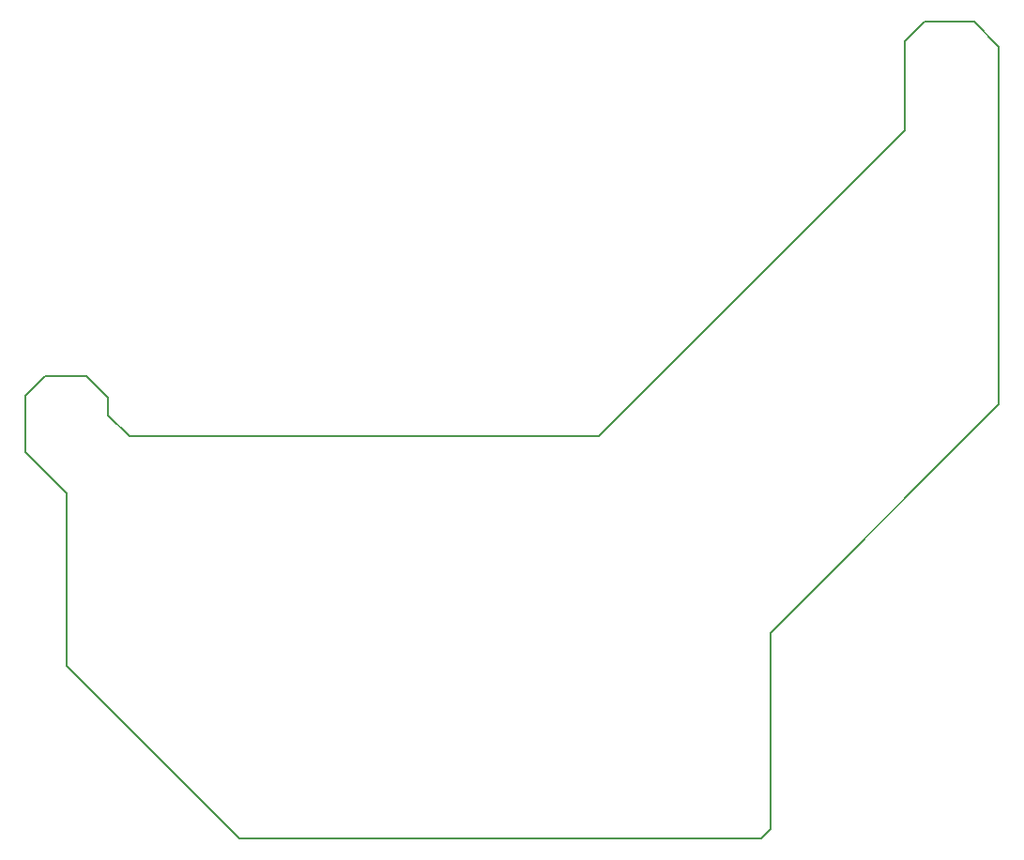
<source format=gko>
G04 Layer_Color=16711935*
%FSLAX24Y24*%
%MOIN*%
G70*
G01*
G75*
%ADD10C,0.0079*%
D10*
X46703Y26014D02*
Y38730D01*
X38573Y17884D02*
X46703Y26014D01*
X45807Y39626D02*
X46703Y38730D01*
X44055Y39626D02*
X45807D01*
X43337Y38907D02*
X44055Y39626D01*
X43337Y38898D02*
Y38907D01*
Y35748D02*
Y38898D01*
X32480Y24892D02*
X43337Y35748D01*
X38573Y10915D02*
Y17884D01*
X12815Y27018D02*
X14301D01*
X12126Y26329D02*
X12815Y27018D01*
X15817Y24892D02*
X32480D01*
X15069Y25640D02*
X15817Y24892D01*
X15069Y25640D02*
Y26250D01*
X14301Y27018D02*
X15069Y26250D01*
X12126Y24321D02*
Y26329D01*
Y24321D02*
X13602Y22844D01*
Y16713D02*
Y22844D01*
Y16713D02*
X19724Y10591D01*
X38248D02*
X38573Y10915D01*
X19724Y10591D02*
X38248D01*
M02*

</source>
